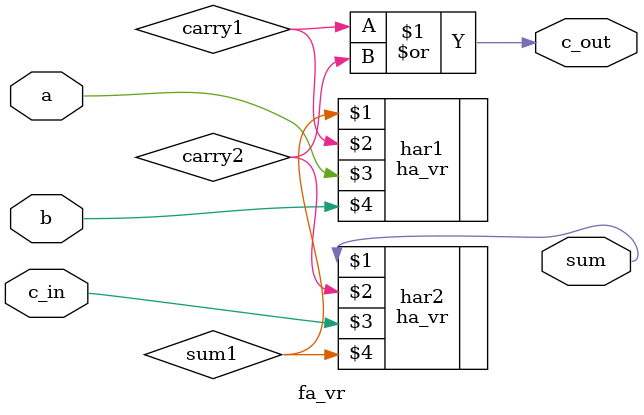
<source format=v>
module fa_vr(output wire sum, output wire c_out, input wire a, input wire b, input wire c_in);

//Declaraci�n de conexiones internas:
wire sum1;
wire carry1;
wire carry2;
//Estructura interna: Instancias de puertas y sus conexiones

ha_vr har1(sum1, carry1, a, b);
ha_vr har2(sum, carry2, c_in, sum1);
or or1(c_out, carry1, carry2);

endmodule

</source>
